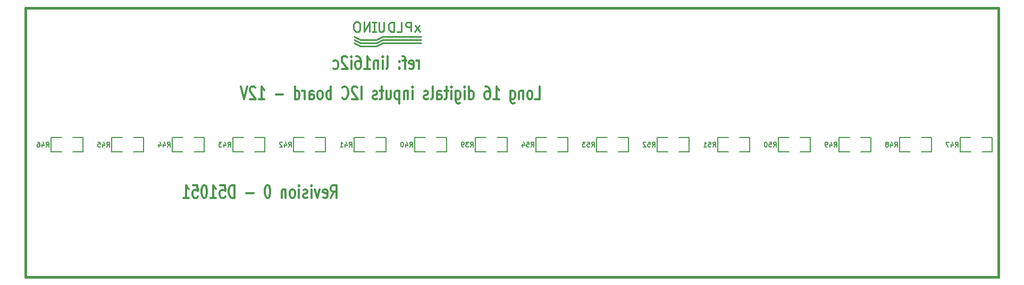
<source format=gbo>
G04 (created by PCBNEW-RS274X (2012-01-19 BZR 3256)-stable) date 15/05/2012 08:53:45*
G01*
G70*
G90*
%MOIN*%
G04 Gerber Fmt 3.4, Leading zero omitted, Abs format*
%FSLAX34Y34*%
G04 APERTURE LIST*
%ADD10C,0.006000*%
%ADD11C,0.012000*%
%ADD12C,0.015000*%
%ADD13C,0.005000*%
%ADD14C,0.010000*%
G04 APERTURE END LIST*
G54D10*
G54D11*
X48841Y-56724D02*
X49041Y-56343D01*
X49184Y-56724D02*
X49184Y-55924D01*
X48956Y-55924D01*
X48898Y-55962D01*
X48870Y-56000D01*
X48841Y-56076D01*
X48841Y-56190D01*
X48870Y-56267D01*
X48898Y-56305D01*
X48956Y-56343D01*
X49184Y-56343D01*
X48356Y-56686D02*
X48413Y-56724D01*
X48527Y-56724D01*
X48584Y-56686D01*
X48613Y-56610D01*
X48613Y-56305D01*
X48584Y-56229D01*
X48527Y-56190D01*
X48413Y-56190D01*
X48356Y-56229D01*
X48327Y-56305D01*
X48327Y-56381D01*
X48613Y-56457D01*
X48127Y-56190D02*
X47984Y-56724D01*
X47842Y-56190D01*
X47613Y-56724D02*
X47613Y-56190D01*
X47613Y-55924D02*
X47642Y-55962D01*
X47613Y-56000D01*
X47585Y-55962D01*
X47613Y-55924D01*
X47613Y-56000D01*
X47356Y-56686D02*
X47299Y-56724D01*
X47184Y-56724D01*
X47127Y-56686D01*
X47099Y-56610D01*
X47099Y-56571D01*
X47127Y-56495D01*
X47184Y-56457D01*
X47270Y-56457D01*
X47327Y-56419D01*
X47356Y-56343D01*
X47356Y-56305D01*
X47327Y-56229D01*
X47270Y-56190D01*
X47184Y-56190D01*
X47127Y-56229D01*
X46841Y-56724D02*
X46841Y-56190D01*
X46841Y-55924D02*
X46870Y-55962D01*
X46841Y-56000D01*
X46813Y-55962D01*
X46841Y-55924D01*
X46841Y-56000D01*
X46469Y-56724D02*
X46527Y-56686D01*
X46555Y-56648D01*
X46584Y-56571D01*
X46584Y-56343D01*
X46555Y-56267D01*
X46527Y-56229D01*
X46469Y-56190D01*
X46384Y-56190D01*
X46327Y-56229D01*
X46298Y-56267D01*
X46269Y-56343D01*
X46269Y-56571D01*
X46298Y-56648D01*
X46327Y-56686D01*
X46384Y-56724D01*
X46469Y-56724D01*
X46012Y-56190D02*
X46012Y-56724D01*
X46012Y-56267D02*
X45984Y-56229D01*
X45926Y-56190D01*
X45841Y-56190D01*
X45784Y-56229D01*
X45755Y-56305D01*
X45755Y-56724D01*
X44898Y-55924D02*
X44841Y-55924D01*
X44784Y-55962D01*
X44755Y-56000D01*
X44726Y-56076D01*
X44698Y-56229D01*
X44698Y-56419D01*
X44726Y-56571D01*
X44755Y-56648D01*
X44784Y-56686D01*
X44841Y-56724D01*
X44898Y-56724D01*
X44955Y-56686D01*
X44984Y-56648D01*
X45012Y-56571D01*
X45041Y-56419D01*
X45041Y-56229D01*
X45012Y-56076D01*
X44984Y-56000D01*
X44955Y-55962D01*
X44898Y-55924D01*
X43984Y-56419D02*
X43527Y-56419D01*
X42784Y-56724D02*
X42784Y-55924D01*
X42641Y-55924D01*
X42556Y-55962D01*
X42498Y-56038D01*
X42470Y-56114D01*
X42441Y-56267D01*
X42441Y-56381D01*
X42470Y-56533D01*
X42498Y-56610D01*
X42556Y-56686D01*
X42641Y-56724D01*
X42784Y-56724D01*
X41898Y-55924D02*
X42184Y-55924D01*
X42213Y-56305D01*
X42184Y-56267D01*
X42127Y-56229D01*
X41984Y-56229D01*
X41927Y-56267D01*
X41898Y-56305D01*
X41870Y-56381D01*
X41870Y-56571D01*
X41898Y-56648D01*
X41927Y-56686D01*
X41984Y-56724D01*
X42127Y-56724D01*
X42184Y-56686D01*
X42213Y-56648D01*
X41299Y-56724D02*
X41642Y-56724D01*
X41470Y-56724D02*
X41470Y-55924D01*
X41527Y-56038D01*
X41585Y-56114D01*
X41642Y-56152D01*
X40928Y-55924D02*
X40871Y-55924D01*
X40814Y-55962D01*
X40785Y-56000D01*
X40756Y-56076D01*
X40728Y-56229D01*
X40728Y-56419D01*
X40756Y-56571D01*
X40785Y-56648D01*
X40814Y-56686D01*
X40871Y-56724D01*
X40928Y-56724D01*
X40985Y-56686D01*
X41014Y-56648D01*
X41042Y-56571D01*
X41071Y-56419D01*
X41071Y-56229D01*
X41042Y-56076D01*
X41014Y-56000D01*
X40985Y-55962D01*
X40928Y-55924D01*
X40185Y-55924D02*
X40471Y-55924D01*
X40500Y-56305D01*
X40471Y-56267D01*
X40414Y-56229D01*
X40271Y-56229D01*
X40214Y-56267D01*
X40185Y-56305D01*
X40157Y-56381D01*
X40157Y-56571D01*
X40185Y-56648D01*
X40214Y-56686D01*
X40271Y-56724D01*
X40414Y-56724D01*
X40471Y-56686D01*
X40500Y-56648D01*
X39586Y-56724D02*
X39929Y-56724D01*
X39757Y-56724D02*
X39757Y-55924D01*
X39814Y-56038D01*
X39872Y-56114D01*
X39929Y-56152D01*
X54370Y-48624D02*
X54370Y-48090D01*
X54370Y-48243D02*
X54342Y-48167D01*
X54313Y-48129D01*
X54256Y-48090D01*
X54199Y-48090D01*
X53771Y-48586D02*
X53828Y-48624D01*
X53942Y-48624D01*
X53999Y-48586D01*
X54028Y-48510D01*
X54028Y-48205D01*
X53999Y-48129D01*
X53942Y-48090D01*
X53828Y-48090D01*
X53771Y-48129D01*
X53742Y-48205D01*
X53742Y-48281D01*
X54028Y-48357D01*
X53571Y-48090D02*
X53342Y-48090D01*
X53485Y-48624D02*
X53485Y-47938D01*
X53457Y-47862D01*
X53399Y-47824D01*
X53342Y-47824D01*
X53142Y-48548D02*
X53114Y-48586D01*
X53142Y-48624D01*
X53171Y-48586D01*
X53142Y-48548D01*
X53142Y-48624D01*
X53142Y-48129D02*
X53114Y-48167D01*
X53142Y-48205D01*
X53171Y-48167D01*
X53142Y-48129D01*
X53142Y-48205D01*
X52313Y-48624D02*
X52371Y-48586D01*
X52399Y-48510D01*
X52399Y-47824D01*
X52085Y-48624D02*
X52085Y-48090D01*
X52085Y-47824D02*
X52114Y-47862D01*
X52085Y-47900D01*
X52057Y-47862D01*
X52085Y-47824D01*
X52085Y-47900D01*
X51799Y-48090D02*
X51799Y-48624D01*
X51799Y-48167D02*
X51771Y-48129D01*
X51713Y-48090D01*
X51628Y-48090D01*
X51571Y-48129D01*
X51542Y-48205D01*
X51542Y-48624D01*
X50942Y-48624D02*
X51285Y-48624D01*
X51113Y-48624D02*
X51113Y-47824D01*
X51170Y-47938D01*
X51228Y-48014D01*
X51285Y-48052D01*
X50428Y-47824D02*
X50542Y-47824D01*
X50599Y-47862D01*
X50628Y-47900D01*
X50685Y-48014D01*
X50714Y-48167D01*
X50714Y-48471D01*
X50685Y-48548D01*
X50657Y-48586D01*
X50599Y-48624D01*
X50485Y-48624D01*
X50428Y-48586D01*
X50399Y-48548D01*
X50371Y-48471D01*
X50371Y-48281D01*
X50399Y-48205D01*
X50428Y-48167D01*
X50485Y-48129D01*
X50599Y-48129D01*
X50657Y-48167D01*
X50685Y-48205D01*
X50714Y-48281D01*
X50114Y-48624D02*
X50114Y-48090D01*
X50114Y-47824D02*
X50143Y-47862D01*
X50114Y-47900D01*
X50086Y-47862D01*
X50114Y-47824D01*
X50114Y-47900D01*
X49857Y-47900D02*
X49828Y-47862D01*
X49771Y-47824D01*
X49628Y-47824D01*
X49571Y-47862D01*
X49542Y-47900D01*
X49514Y-47976D01*
X49514Y-48052D01*
X49542Y-48167D01*
X49885Y-48624D01*
X49514Y-48624D01*
X49000Y-48586D02*
X49057Y-48624D01*
X49171Y-48624D01*
X49229Y-48586D01*
X49257Y-48548D01*
X49286Y-48471D01*
X49286Y-48243D01*
X49257Y-48167D01*
X49229Y-48129D01*
X49171Y-48090D01*
X49057Y-48090D01*
X49000Y-48129D01*
X61642Y-50524D02*
X61928Y-50524D01*
X61928Y-49724D01*
X61356Y-50524D02*
X61414Y-50486D01*
X61442Y-50448D01*
X61471Y-50371D01*
X61471Y-50143D01*
X61442Y-50067D01*
X61414Y-50029D01*
X61356Y-49990D01*
X61271Y-49990D01*
X61214Y-50029D01*
X61185Y-50067D01*
X61156Y-50143D01*
X61156Y-50371D01*
X61185Y-50448D01*
X61214Y-50486D01*
X61271Y-50524D01*
X61356Y-50524D01*
X60899Y-49990D02*
X60899Y-50524D01*
X60899Y-50067D02*
X60871Y-50029D01*
X60813Y-49990D01*
X60728Y-49990D01*
X60671Y-50029D01*
X60642Y-50105D01*
X60642Y-50524D01*
X60099Y-49990D02*
X60099Y-50638D01*
X60128Y-50714D01*
X60156Y-50752D01*
X60213Y-50790D01*
X60299Y-50790D01*
X60356Y-50752D01*
X60099Y-50486D02*
X60156Y-50524D01*
X60270Y-50524D01*
X60328Y-50486D01*
X60356Y-50448D01*
X60385Y-50371D01*
X60385Y-50143D01*
X60356Y-50067D01*
X60328Y-50029D01*
X60270Y-49990D01*
X60156Y-49990D01*
X60099Y-50029D01*
X59042Y-50524D02*
X59385Y-50524D01*
X59213Y-50524D02*
X59213Y-49724D01*
X59270Y-49838D01*
X59328Y-49914D01*
X59385Y-49952D01*
X58528Y-49724D02*
X58642Y-49724D01*
X58699Y-49762D01*
X58728Y-49800D01*
X58785Y-49914D01*
X58814Y-50067D01*
X58814Y-50371D01*
X58785Y-50448D01*
X58757Y-50486D01*
X58699Y-50524D01*
X58585Y-50524D01*
X58528Y-50486D01*
X58499Y-50448D01*
X58471Y-50371D01*
X58471Y-50181D01*
X58499Y-50105D01*
X58528Y-50067D01*
X58585Y-50029D01*
X58699Y-50029D01*
X58757Y-50067D01*
X58785Y-50105D01*
X58814Y-50181D01*
X57500Y-50524D02*
X57500Y-49724D01*
X57500Y-50486D02*
X57557Y-50524D01*
X57671Y-50524D01*
X57729Y-50486D01*
X57757Y-50448D01*
X57786Y-50371D01*
X57786Y-50143D01*
X57757Y-50067D01*
X57729Y-50029D01*
X57671Y-49990D01*
X57557Y-49990D01*
X57500Y-50029D01*
X57214Y-50524D02*
X57214Y-49990D01*
X57214Y-49724D02*
X57243Y-49762D01*
X57214Y-49800D01*
X57186Y-49762D01*
X57214Y-49724D01*
X57214Y-49800D01*
X56671Y-49990D02*
X56671Y-50638D01*
X56700Y-50714D01*
X56728Y-50752D01*
X56785Y-50790D01*
X56871Y-50790D01*
X56928Y-50752D01*
X56671Y-50486D02*
X56728Y-50524D01*
X56842Y-50524D01*
X56900Y-50486D01*
X56928Y-50448D01*
X56957Y-50371D01*
X56957Y-50143D01*
X56928Y-50067D01*
X56900Y-50029D01*
X56842Y-49990D01*
X56728Y-49990D01*
X56671Y-50029D01*
X56385Y-50524D02*
X56385Y-49990D01*
X56385Y-49724D02*
X56414Y-49762D01*
X56385Y-49800D01*
X56357Y-49762D01*
X56385Y-49724D01*
X56385Y-49800D01*
X56185Y-49990D02*
X55956Y-49990D01*
X56099Y-49724D02*
X56099Y-50410D01*
X56071Y-50486D01*
X56013Y-50524D01*
X55956Y-50524D01*
X55499Y-50524D02*
X55499Y-50105D01*
X55528Y-50029D01*
X55585Y-49990D01*
X55699Y-49990D01*
X55756Y-50029D01*
X55499Y-50486D02*
X55556Y-50524D01*
X55699Y-50524D01*
X55756Y-50486D01*
X55785Y-50410D01*
X55785Y-50333D01*
X55756Y-50257D01*
X55699Y-50219D01*
X55556Y-50219D01*
X55499Y-50181D01*
X55127Y-50524D02*
X55185Y-50486D01*
X55213Y-50410D01*
X55213Y-49724D01*
X54928Y-50486D02*
X54871Y-50524D01*
X54756Y-50524D01*
X54699Y-50486D01*
X54671Y-50410D01*
X54671Y-50371D01*
X54699Y-50295D01*
X54756Y-50257D01*
X54842Y-50257D01*
X54899Y-50219D01*
X54928Y-50143D01*
X54928Y-50105D01*
X54899Y-50029D01*
X54842Y-49990D01*
X54756Y-49990D01*
X54699Y-50029D01*
X53956Y-50524D02*
X53956Y-49990D01*
X53956Y-49724D02*
X53985Y-49762D01*
X53956Y-49800D01*
X53928Y-49762D01*
X53956Y-49724D01*
X53956Y-49800D01*
X53670Y-49990D02*
X53670Y-50524D01*
X53670Y-50067D02*
X53642Y-50029D01*
X53584Y-49990D01*
X53499Y-49990D01*
X53442Y-50029D01*
X53413Y-50105D01*
X53413Y-50524D01*
X53127Y-49990D02*
X53127Y-50790D01*
X53127Y-50029D02*
X53070Y-49990D01*
X52956Y-49990D01*
X52899Y-50029D01*
X52870Y-50067D01*
X52841Y-50143D01*
X52841Y-50371D01*
X52870Y-50448D01*
X52899Y-50486D01*
X52956Y-50524D01*
X53070Y-50524D01*
X53127Y-50486D01*
X52327Y-49990D02*
X52327Y-50524D01*
X52584Y-49990D02*
X52584Y-50410D01*
X52556Y-50486D01*
X52498Y-50524D01*
X52413Y-50524D01*
X52356Y-50486D01*
X52327Y-50448D01*
X52127Y-49990D02*
X51898Y-49990D01*
X52041Y-49724D02*
X52041Y-50410D01*
X52013Y-50486D01*
X51955Y-50524D01*
X51898Y-50524D01*
X51727Y-50486D02*
X51670Y-50524D01*
X51555Y-50524D01*
X51498Y-50486D01*
X51470Y-50410D01*
X51470Y-50371D01*
X51498Y-50295D01*
X51555Y-50257D01*
X51641Y-50257D01*
X51698Y-50219D01*
X51727Y-50143D01*
X51727Y-50105D01*
X51698Y-50029D01*
X51641Y-49990D01*
X51555Y-49990D01*
X51498Y-50029D01*
X50755Y-50524D02*
X50755Y-49724D01*
X50498Y-49800D02*
X50469Y-49762D01*
X50412Y-49724D01*
X50269Y-49724D01*
X50212Y-49762D01*
X50183Y-49800D01*
X50155Y-49876D01*
X50155Y-49952D01*
X50183Y-50067D01*
X50526Y-50524D01*
X50155Y-50524D01*
X49555Y-50448D02*
X49584Y-50486D01*
X49670Y-50524D01*
X49727Y-50524D01*
X49812Y-50486D01*
X49870Y-50410D01*
X49898Y-50333D01*
X49927Y-50181D01*
X49927Y-50067D01*
X49898Y-49914D01*
X49870Y-49838D01*
X49812Y-49762D01*
X49727Y-49724D01*
X49670Y-49724D01*
X49584Y-49762D01*
X49555Y-49800D01*
X48841Y-50524D02*
X48841Y-49724D01*
X48841Y-50029D02*
X48784Y-49990D01*
X48670Y-49990D01*
X48613Y-50029D01*
X48584Y-50067D01*
X48555Y-50143D01*
X48555Y-50371D01*
X48584Y-50448D01*
X48613Y-50486D01*
X48670Y-50524D01*
X48784Y-50524D01*
X48841Y-50486D01*
X48212Y-50524D02*
X48270Y-50486D01*
X48298Y-50448D01*
X48327Y-50371D01*
X48327Y-50143D01*
X48298Y-50067D01*
X48270Y-50029D01*
X48212Y-49990D01*
X48127Y-49990D01*
X48070Y-50029D01*
X48041Y-50067D01*
X48012Y-50143D01*
X48012Y-50371D01*
X48041Y-50448D01*
X48070Y-50486D01*
X48127Y-50524D01*
X48212Y-50524D01*
X47498Y-50524D02*
X47498Y-50105D01*
X47527Y-50029D01*
X47584Y-49990D01*
X47698Y-49990D01*
X47755Y-50029D01*
X47498Y-50486D02*
X47555Y-50524D01*
X47698Y-50524D01*
X47755Y-50486D01*
X47784Y-50410D01*
X47784Y-50333D01*
X47755Y-50257D01*
X47698Y-50219D01*
X47555Y-50219D01*
X47498Y-50181D01*
X47212Y-50524D02*
X47212Y-49990D01*
X47212Y-50143D02*
X47184Y-50067D01*
X47155Y-50029D01*
X47098Y-49990D01*
X47041Y-49990D01*
X46584Y-50524D02*
X46584Y-49724D01*
X46584Y-50486D02*
X46641Y-50524D01*
X46755Y-50524D01*
X46813Y-50486D01*
X46841Y-50448D01*
X46870Y-50371D01*
X46870Y-50143D01*
X46841Y-50067D01*
X46813Y-50029D01*
X46755Y-49990D01*
X46641Y-49990D01*
X46584Y-50029D01*
X45841Y-50219D02*
X45384Y-50219D01*
X44327Y-50524D02*
X44670Y-50524D01*
X44498Y-50524D02*
X44498Y-49724D01*
X44555Y-49838D01*
X44613Y-49914D01*
X44670Y-49952D01*
X44099Y-49800D02*
X44070Y-49762D01*
X44013Y-49724D01*
X43870Y-49724D01*
X43813Y-49762D01*
X43784Y-49800D01*
X43756Y-49876D01*
X43756Y-49952D01*
X43784Y-50067D01*
X44127Y-50524D01*
X43756Y-50524D01*
X43585Y-49724D02*
X43385Y-50524D01*
X43185Y-49724D01*
G54D12*
X90700Y-61700D02*
X90700Y-44800D01*
X29700Y-61700D02*
X90700Y-61700D01*
X29700Y-44800D02*
X29700Y-61700D01*
X90700Y-44800D02*
X29700Y-44800D01*
G54D13*
X57900Y-53850D02*
X57900Y-52950D01*
X57900Y-52950D02*
X58550Y-52950D01*
X59250Y-53850D02*
X59900Y-53850D01*
X59900Y-53850D02*
X59900Y-52950D01*
X59900Y-52950D02*
X59250Y-52950D01*
X58550Y-53850D02*
X57900Y-53850D01*
X54100Y-53850D02*
X54100Y-52950D01*
X54100Y-52950D02*
X54750Y-52950D01*
X55450Y-53850D02*
X56100Y-53850D01*
X56100Y-53850D02*
X56100Y-52950D01*
X56100Y-52950D02*
X55450Y-52950D01*
X54750Y-53850D02*
X54100Y-53850D01*
X50300Y-53850D02*
X50300Y-52950D01*
X50300Y-52950D02*
X50950Y-52950D01*
X51650Y-53850D02*
X52300Y-53850D01*
X52300Y-53850D02*
X52300Y-52950D01*
X52300Y-52950D02*
X51650Y-52950D01*
X50950Y-53850D02*
X50300Y-53850D01*
X46500Y-53850D02*
X46500Y-52950D01*
X46500Y-52950D02*
X47150Y-52950D01*
X47850Y-53850D02*
X48500Y-53850D01*
X48500Y-53850D02*
X48500Y-52950D01*
X48500Y-52950D02*
X47850Y-52950D01*
X47150Y-53850D02*
X46500Y-53850D01*
X42700Y-53850D02*
X42700Y-52950D01*
X42700Y-52950D02*
X43350Y-52950D01*
X44050Y-53850D02*
X44700Y-53850D01*
X44700Y-53850D02*
X44700Y-52950D01*
X44700Y-52950D02*
X44050Y-52950D01*
X43350Y-53850D02*
X42700Y-53850D01*
X38900Y-53850D02*
X38900Y-52950D01*
X38900Y-52950D02*
X39550Y-52950D01*
X40250Y-53850D02*
X40900Y-53850D01*
X40900Y-53850D02*
X40900Y-52950D01*
X40900Y-52950D02*
X40250Y-52950D01*
X39550Y-53850D02*
X38900Y-53850D01*
X35100Y-53850D02*
X35100Y-52950D01*
X35100Y-52950D02*
X35750Y-52950D01*
X36450Y-53850D02*
X37100Y-53850D01*
X37100Y-53850D02*
X37100Y-52950D01*
X37100Y-52950D02*
X36450Y-52950D01*
X35750Y-53850D02*
X35100Y-53850D01*
X31300Y-53850D02*
X31300Y-52950D01*
X31300Y-52950D02*
X31950Y-52950D01*
X32650Y-53850D02*
X33300Y-53850D01*
X33300Y-53850D02*
X33300Y-52950D01*
X33300Y-52950D02*
X32650Y-52950D01*
X31950Y-53850D02*
X31300Y-53850D01*
X88300Y-53850D02*
X88300Y-52950D01*
X88300Y-52950D02*
X88950Y-52950D01*
X89650Y-53850D02*
X90300Y-53850D01*
X90300Y-53850D02*
X90300Y-52950D01*
X90300Y-52950D02*
X89650Y-52950D01*
X88950Y-53850D02*
X88300Y-53850D01*
X84500Y-53850D02*
X84500Y-52950D01*
X84500Y-52950D02*
X85150Y-52950D01*
X85850Y-53850D02*
X86500Y-53850D01*
X86500Y-53850D02*
X86500Y-52950D01*
X86500Y-52950D02*
X85850Y-52950D01*
X85150Y-53850D02*
X84500Y-53850D01*
X80700Y-53850D02*
X80700Y-52950D01*
X80700Y-52950D02*
X81350Y-52950D01*
X82050Y-53850D02*
X82700Y-53850D01*
X82700Y-53850D02*
X82700Y-52950D01*
X82700Y-52950D02*
X82050Y-52950D01*
X81350Y-53850D02*
X80700Y-53850D01*
X76900Y-53850D02*
X76900Y-52950D01*
X76900Y-52950D02*
X77550Y-52950D01*
X78250Y-53850D02*
X78900Y-53850D01*
X78900Y-53850D02*
X78900Y-52950D01*
X78900Y-52950D02*
X78250Y-52950D01*
X77550Y-53850D02*
X76900Y-53850D01*
X73100Y-53850D02*
X73100Y-52950D01*
X73100Y-52950D02*
X73750Y-52950D01*
X74450Y-53850D02*
X75100Y-53850D01*
X75100Y-53850D02*
X75100Y-52950D01*
X75100Y-52950D02*
X74450Y-52950D01*
X73750Y-53850D02*
X73100Y-53850D01*
X69300Y-53850D02*
X69300Y-52950D01*
X69300Y-52950D02*
X69950Y-52950D01*
X70650Y-53850D02*
X71300Y-53850D01*
X71300Y-53850D02*
X71300Y-52950D01*
X71300Y-52950D02*
X70650Y-52950D01*
X69950Y-53850D02*
X69300Y-53850D01*
X65500Y-53850D02*
X65500Y-52950D01*
X65500Y-52950D02*
X66150Y-52950D01*
X66850Y-53850D02*
X67500Y-53850D01*
X67500Y-53850D02*
X67500Y-52950D01*
X67500Y-52950D02*
X66850Y-52950D01*
X66150Y-53850D02*
X65500Y-53850D01*
X61700Y-53850D02*
X61700Y-52950D01*
X61700Y-52950D02*
X62350Y-52950D01*
X63050Y-53850D02*
X63700Y-53850D01*
X63700Y-53850D02*
X63700Y-52950D01*
X63700Y-52950D02*
X63050Y-52950D01*
X62350Y-53850D02*
X61700Y-53850D01*
G54D14*
X54500Y-47000D02*
X52100Y-47000D01*
X52100Y-47000D02*
X51700Y-47200D01*
X51700Y-47200D02*
X50700Y-47200D01*
X50700Y-47200D02*
X50300Y-47000D01*
X54500Y-46800D02*
X52100Y-46800D01*
X52100Y-46800D02*
X51700Y-47000D01*
X51700Y-47000D02*
X50700Y-47000D01*
X50700Y-47000D02*
X50300Y-46800D01*
X50700Y-46800D02*
X50300Y-46600D01*
X51700Y-46800D02*
X50700Y-46800D01*
X52100Y-46600D02*
X51700Y-46800D01*
X54500Y-46600D02*
X52100Y-46600D01*
X54500Y-46600D02*
X52100Y-46600D01*
X52100Y-46600D02*
X51700Y-46800D01*
X51700Y-46800D02*
X50700Y-46800D01*
X50700Y-46800D02*
X50300Y-46600D01*
X50700Y-46800D02*
X50300Y-46600D01*
X51700Y-46800D02*
X50700Y-46800D01*
X52100Y-46600D02*
X51700Y-46800D01*
X54500Y-46600D02*
X52100Y-46600D01*
X54500Y-46600D02*
X52100Y-46600D01*
X52100Y-46600D02*
X51700Y-46800D01*
X51700Y-46800D02*
X50700Y-46800D01*
X50700Y-46800D02*
X50300Y-46600D01*
X50700Y-46800D02*
X50300Y-46600D01*
X51700Y-46800D02*
X50700Y-46800D01*
X52100Y-46600D02*
X51700Y-46800D01*
X54500Y-46600D02*
X52100Y-46600D01*
X54500Y-46600D02*
X52100Y-46600D01*
X52100Y-46600D02*
X51700Y-46800D01*
X51700Y-46800D02*
X50700Y-46800D01*
X50700Y-46800D02*
X50300Y-46600D01*
X50700Y-46800D02*
X50300Y-46600D01*
X51700Y-46800D02*
X50700Y-46800D01*
X52100Y-46600D02*
X51700Y-46800D01*
X54500Y-46600D02*
X52100Y-46600D01*
X54500Y-46600D02*
X52100Y-46600D01*
X52100Y-46600D02*
X51700Y-46800D01*
X51700Y-46800D02*
X50700Y-46800D01*
X50700Y-46800D02*
X50300Y-46600D01*
X50425Y-46300D02*
X50325Y-46225D01*
X50650Y-46200D02*
X50550Y-46300D01*
X51475Y-46300D02*
X51425Y-46300D01*
X51700Y-46300D02*
X51450Y-46300D01*
X51700Y-45700D02*
X51425Y-45700D01*
X51550Y-46275D02*
X51550Y-45750D01*
X50675Y-46100D02*
X50650Y-46200D01*
X50550Y-46300D02*
X50425Y-46300D01*
X50275Y-46075D02*
X50300Y-46200D01*
X50675Y-45875D02*
X50650Y-45775D01*
X50650Y-45775D02*
X50575Y-45700D01*
X50575Y-45700D02*
X50525Y-45675D01*
X50525Y-45675D02*
X50425Y-45675D01*
X50425Y-45675D02*
X50375Y-45700D01*
X50375Y-45700D02*
X50325Y-45725D01*
X50325Y-45725D02*
X50300Y-45775D01*
X50300Y-45775D02*
X50275Y-45850D01*
X50275Y-45850D02*
X50275Y-45900D01*
X50275Y-45900D02*
X50275Y-46075D01*
X50675Y-45900D02*
X50675Y-46100D01*
X51275Y-46300D02*
X51275Y-45675D01*
X51275Y-45700D02*
X50925Y-46300D01*
X50925Y-46300D02*
X50925Y-45675D01*
X52175Y-45700D02*
X52175Y-46175D01*
X52175Y-46175D02*
X52150Y-46225D01*
X52150Y-46225D02*
X52125Y-46250D01*
X52125Y-46250D02*
X52100Y-46275D01*
X52100Y-46275D02*
X52050Y-46300D01*
X52050Y-46300D02*
X52000Y-46300D01*
X52000Y-46300D02*
X51950Y-46300D01*
X51950Y-46300D02*
X51900Y-46275D01*
X51900Y-46275D02*
X51875Y-46250D01*
X51875Y-46250D02*
X51850Y-46225D01*
X51850Y-46225D02*
X51850Y-46175D01*
X51850Y-46175D02*
X51850Y-45700D01*
X52775Y-45700D02*
X52650Y-45700D01*
X52650Y-45700D02*
X52550Y-45725D01*
X52550Y-45725D02*
X52500Y-45775D01*
X52500Y-45775D02*
X52475Y-45850D01*
X52475Y-45850D02*
X52450Y-45950D01*
X52450Y-45950D02*
X52450Y-46025D01*
X52450Y-46025D02*
X52450Y-46075D01*
X52450Y-46075D02*
X52475Y-46150D01*
X52475Y-46150D02*
X52500Y-46200D01*
X52500Y-46200D02*
X52550Y-46250D01*
X52550Y-46250D02*
X52625Y-46300D01*
X52625Y-46300D02*
X52675Y-46300D01*
X52675Y-46300D02*
X52800Y-46300D01*
X52800Y-46300D02*
X52800Y-45700D01*
X53275Y-45700D02*
X53275Y-46300D01*
X53275Y-46300D02*
X53000Y-46300D01*
X53875Y-45700D02*
X53850Y-45700D01*
X53850Y-45700D02*
X53625Y-45700D01*
X53625Y-45700D02*
X53575Y-45725D01*
X53575Y-45725D02*
X53550Y-45750D01*
X53550Y-45750D02*
X53525Y-45800D01*
X53525Y-45800D02*
X53525Y-45850D01*
X53525Y-45850D02*
X53525Y-45900D01*
X53525Y-45900D02*
X53550Y-45950D01*
X53550Y-45950D02*
X53600Y-45975D01*
X53600Y-45975D02*
X53650Y-46000D01*
X53650Y-46000D02*
X53875Y-46000D01*
X53875Y-46275D02*
X53875Y-45700D01*
X54400Y-45900D02*
X54100Y-46300D01*
X54425Y-46300D02*
X54125Y-45900D01*
G54D13*
X57593Y-53521D02*
X57693Y-53379D01*
X57765Y-53521D02*
X57765Y-53221D01*
X57650Y-53221D01*
X57622Y-53236D01*
X57607Y-53250D01*
X57593Y-53279D01*
X57593Y-53321D01*
X57607Y-53350D01*
X57622Y-53364D01*
X57650Y-53379D01*
X57765Y-53379D01*
X57493Y-53221D02*
X57307Y-53221D01*
X57407Y-53336D01*
X57365Y-53336D01*
X57336Y-53350D01*
X57322Y-53364D01*
X57307Y-53393D01*
X57307Y-53464D01*
X57322Y-53493D01*
X57336Y-53507D01*
X57365Y-53521D01*
X57450Y-53521D01*
X57479Y-53507D01*
X57493Y-53493D01*
X57164Y-53521D02*
X57107Y-53521D01*
X57079Y-53507D01*
X57064Y-53493D01*
X57036Y-53450D01*
X57021Y-53393D01*
X57021Y-53279D01*
X57036Y-53250D01*
X57050Y-53236D01*
X57079Y-53221D01*
X57136Y-53221D01*
X57164Y-53236D01*
X57179Y-53250D01*
X57193Y-53279D01*
X57193Y-53350D01*
X57179Y-53379D01*
X57164Y-53393D01*
X57136Y-53407D01*
X57079Y-53407D01*
X57050Y-53393D01*
X57036Y-53379D01*
X57021Y-53350D01*
X53793Y-53521D02*
X53893Y-53379D01*
X53965Y-53521D02*
X53965Y-53221D01*
X53850Y-53221D01*
X53822Y-53236D01*
X53807Y-53250D01*
X53793Y-53279D01*
X53793Y-53321D01*
X53807Y-53350D01*
X53822Y-53364D01*
X53850Y-53379D01*
X53965Y-53379D01*
X53536Y-53321D02*
X53536Y-53521D01*
X53607Y-53207D02*
X53679Y-53421D01*
X53493Y-53421D01*
X53321Y-53221D02*
X53293Y-53221D01*
X53264Y-53236D01*
X53250Y-53250D01*
X53236Y-53279D01*
X53221Y-53336D01*
X53221Y-53407D01*
X53236Y-53464D01*
X53250Y-53493D01*
X53264Y-53507D01*
X53293Y-53521D01*
X53321Y-53521D01*
X53350Y-53507D01*
X53364Y-53493D01*
X53379Y-53464D01*
X53393Y-53407D01*
X53393Y-53336D01*
X53379Y-53279D01*
X53364Y-53250D01*
X53350Y-53236D01*
X53321Y-53221D01*
X49993Y-53521D02*
X50093Y-53379D01*
X50165Y-53521D02*
X50165Y-53221D01*
X50050Y-53221D01*
X50022Y-53236D01*
X50007Y-53250D01*
X49993Y-53279D01*
X49993Y-53321D01*
X50007Y-53350D01*
X50022Y-53364D01*
X50050Y-53379D01*
X50165Y-53379D01*
X49736Y-53321D02*
X49736Y-53521D01*
X49807Y-53207D02*
X49879Y-53421D01*
X49693Y-53421D01*
X49421Y-53521D02*
X49593Y-53521D01*
X49507Y-53521D02*
X49507Y-53221D01*
X49536Y-53264D01*
X49564Y-53293D01*
X49593Y-53307D01*
X46193Y-53521D02*
X46293Y-53379D01*
X46365Y-53521D02*
X46365Y-53221D01*
X46250Y-53221D01*
X46222Y-53236D01*
X46207Y-53250D01*
X46193Y-53279D01*
X46193Y-53321D01*
X46207Y-53350D01*
X46222Y-53364D01*
X46250Y-53379D01*
X46365Y-53379D01*
X45936Y-53321D02*
X45936Y-53521D01*
X46007Y-53207D02*
X46079Y-53421D01*
X45893Y-53421D01*
X45793Y-53250D02*
X45779Y-53236D01*
X45750Y-53221D01*
X45679Y-53221D01*
X45650Y-53236D01*
X45636Y-53250D01*
X45621Y-53279D01*
X45621Y-53307D01*
X45636Y-53350D01*
X45807Y-53521D01*
X45621Y-53521D01*
X42393Y-53521D02*
X42493Y-53379D01*
X42565Y-53521D02*
X42565Y-53221D01*
X42450Y-53221D01*
X42422Y-53236D01*
X42407Y-53250D01*
X42393Y-53279D01*
X42393Y-53321D01*
X42407Y-53350D01*
X42422Y-53364D01*
X42450Y-53379D01*
X42565Y-53379D01*
X42136Y-53321D02*
X42136Y-53521D01*
X42207Y-53207D02*
X42279Y-53421D01*
X42093Y-53421D01*
X42007Y-53221D02*
X41821Y-53221D01*
X41921Y-53336D01*
X41879Y-53336D01*
X41850Y-53350D01*
X41836Y-53364D01*
X41821Y-53393D01*
X41821Y-53464D01*
X41836Y-53493D01*
X41850Y-53507D01*
X41879Y-53521D01*
X41964Y-53521D01*
X41993Y-53507D01*
X42007Y-53493D01*
X38593Y-53521D02*
X38693Y-53379D01*
X38765Y-53521D02*
X38765Y-53221D01*
X38650Y-53221D01*
X38622Y-53236D01*
X38607Y-53250D01*
X38593Y-53279D01*
X38593Y-53321D01*
X38607Y-53350D01*
X38622Y-53364D01*
X38650Y-53379D01*
X38765Y-53379D01*
X38336Y-53321D02*
X38336Y-53521D01*
X38407Y-53207D02*
X38479Y-53421D01*
X38293Y-53421D01*
X38050Y-53321D02*
X38050Y-53521D01*
X38121Y-53207D02*
X38193Y-53421D01*
X38007Y-53421D01*
X34793Y-53521D02*
X34893Y-53379D01*
X34965Y-53521D02*
X34965Y-53221D01*
X34850Y-53221D01*
X34822Y-53236D01*
X34807Y-53250D01*
X34793Y-53279D01*
X34793Y-53321D01*
X34807Y-53350D01*
X34822Y-53364D01*
X34850Y-53379D01*
X34965Y-53379D01*
X34536Y-53321D02*
X34536Y-53521D01*
X34607Y-53207D02*
X34679Y-53421D01*
X34493Y-53421D01*
X34236Y-53221D02*
X34379Y-53221D01*
X34393Y-53364D01*
X34379Y-53350D01*
X34350Y-53336D01*
X34279Y-53336D01*
X34250Y-53350D01*
X34236Y-53364D01*
X34221Y-53393D01*
X34221Y-53464D01*
X34236Y-53493D01*
X34250Y-53507D01*
X34279Y-53521D01*
X34350Y-53521D01*
X34379Y-53507D01*
X34393Y-53493D01*
X30993Y-53521D02*
X31093Y-53379D01*
X31165Y-53521D02*
X31165Y-53221D01*
X31050Y-53221D01*
X31022Y-53236D01*
X31007Y-53250D01*
X30993Y-53279D01*
X30993Y-53321D01*
X31007Y-53350D01*
X31022Y-53364D01*
X31050Y-53379D01*
X31165Y-53379D01*
X30736Y-53321D02*
X30736Y-53521D01*
X30807Y-53207D02*
X30879Y-53421D01*
X30693Y-53421D01*
X30450Y-53221D02*
X30507Y-53221D01*
X30536Y-53236D01*
X30550Y-53250D01*
X30579Y-53293D01*
X30593Y-53350D01*
X30593Y-53464D01*
X30579Y-53493D01*
X30564Y-53507D01*
X30536Y-53521D01*
X30479Y-53521D01*
X30450Y-53507D01*
X30436Y-53493D01*
X30421Y-53464D01*
X30421Y-53393D01*
X30436Y-53364D01*
X30450Y-53350D01*
X30479Y-53336D01*
X30536Y-53336D01*
X30564Y-53350D01*
X30579Y-53364D01*
X30593Y-53393D01*
X87993Y-53521D02*
X88093Y-53379D01*
X88165Y-53521D02*
X88165Y-53221D01*
X88050Y-53221D01*
X88022Y-53236D01*
X88007Y-53250D01*
X87993Y-53279D01*
X87993Y-53321D01*
X88007Y-53350D01*
X88022Y-53364D01*
X88050Y-53379D01*
X88165Y-53379D01*
X87736Y-53321D02*
X87736Y-53521D01*
X87807Y-53207D02*
X87879Y-53421D01*
X87693Y-53421D01*
X87607Y-53221D02*
X87407Y-53221D01*
X87536Y-53521D01*
X84193Y-53521D02*
X84293Y-53379D01*
X84365Y-53521D02*
X84365Y-53221D01*
X84250Y-53221D01*
X84222Y-53236D01*
X84207Y-53250D01*
X84193Y-53279D01*
X84193Y-53321D01*
X84207Y-53350D01*
X84222Y-53364D01*
X84250Y-53379D01*
X84365Y-53379D01*
X83936Y-53321D02*
X83936Y-53521D01*
X84007Y-53207D02*
X84079Y-53421D01*
X83893Y-53421D01*
X83736Y-53350D02*
X83764Y-53336D01*
X83779Y-53321D01*
X83793Y-53293D01*
X83793Y-53279D01*
X83779Y-53250D01*
X83764Y-53236D01*
X83736Y-53221D01*
X83679Y-53221D01*
X83650Y-53236D01*
X83636Y-53250D01*
X83621Y-53279D01*
X83621Y-53293D01*
X83636Y-53321D01*
X83650Y-53336D01*
X83679Y-53350D01*
X83736Y-53350D01*
X83764Y-53364D01*
X83779Y-53379D01*
X83793Y-53407D01*
X83793Y-53464D01*
X83779Y-53493D01*
X83764Y-53507D01*
X83736Y-53521D01*
X83679Y-53521D01*
X83650Y-53507D01*
X83636Y-53493D01*
X83621Y-53464D01*
X83621Y-53407D01*
X83636Y-53379D01*
X83650Y-53364D01*
X83679Y-53350D01*
X80393Y-53521D02*
X80493Y-53379D01*
X80565Y-53521D02*
X80565Y-53221D01*
X80450Y-53221D01*
X80422Y-53236D01*
X80407Y-53250D01*
X80393Y-53279D01*
X80393Y-53321D01*
X80407Y-53350D01*
X80422Y-53364D01*
X80450Y-53379D01*
X80565Y-53379D01*
X80136Y-53321D02*
X80136Y-53521D01*
X80207Y-53207D02*
X80279Y-53421D01*
X80093Y-53421D01*
X79964Y-53521D02*
X79907Y-53521D01*
X79879Y-53507D01*
X79864Y-53493D01*
X79836Y-53450D01*
X79821Y-53393D01*
X79821Y-53279D01*
X79836Y-53250D01*
X79850Y-53236D01*
X79879Y-53221D01*
X79936Y-53221D01*
X79964Y-53236D01*
X79979Y-53250D01*
X79993Y-53279D01*
X79993Y-53350D01*
X79979Y-53379D01*
X79964Y-53393D01*
X79936Y-53407D01*
X79879Y-53407D01*
X79850Y-53393D01*
X79836Y-53379D01*
X79821Y-53350D01*
X76593Y-53521D02*
X76693Y-53379D01*
X76765Y-53521D02*
X76765Y-53221D01*
X76650Y-53221D01*
X76622Y-53236D01*
X76607Y-53250D01*
X76593Y-53279D01*
X76593Y-53321D01*
X76607Y-53350D01*
X76622Y-53364D01*
X76650Y-53379D01*
X76765Y-53379D01*
X76322Y-53221D02*
X76465Y-53221D01*
X76479Y-53364D01*
X76465Y-53350D01*
X76436Y-53336D01*
X76365Y-53336D01*
X76336Y-53350D01*
X76322Y-53364D01*
X76307Y-53393D01*
X76307Y-53464D01*
X76322Y-53493D01*
X76336Y-53507D01*
X76365Y-53521D01*
X76436Y-53521D01*
X76465Y-53507D01*
X76479Y-53493D01*
X76121Y-53221D02*
X76093Y-53221D01*
X76064Y-53236D01*
X76050Y-53250D01*
X76036Y-53279D01*
X76021Y-53336D01*
X76021Y-53407D01*
X76036Y-53464D01*
X76050Y-53493D01*
X76064Y-53507D01*
X76093Y-53521D01*
X76121Y-53521D01*
X76150Y-53507D01*
X76164Y-53493D01*
X76179Y-53464D01*
X76193Y-53407D01*
X76193Y-53336D01*
X76179Y-53279D01*
X76164Y-53250D01*
X76150Y-53236D01*
X76121Y-53221D01*
X72793Y-53521D02*
X72893Y-53379D01*
X72965Y-53521D02*
X72965Y-53221D01*
X72850Y-53221D01*
X72822Y-53236D01*
X72807Y-53250D01*
X72793Y-53279D01*
X72793Y-53321D01*
X72807Y-53350D01*
X72822Y-53364D01*
X72850Y-53379D01*
X72965Y-53379D01*
X72522Y-53221D02*
X72665Y-53221D01*
X72679Y-53364D01*
X72665Y-53350D01*
X72636Y-53336D01*
X72565Y-53336D01*
X72536Y-53350D01*
X72522Y-53364D01*
X72507Y-53393D01*
X72507Y-53464D01*
X72522Y-53493D01*
X72536Y-53507D01*
X72565Y-53521D01*
X72636Y-53521D01*
X72665Y-53507D01*
X72679Y-53493D01*
X72221Y-53521D02*
X72393Y-53521D01*
X72307Y-53521D02*
X72307Y-53221D01*
X72336Y-53264D01*
X72364Y-53293D01*
X72393Y-53307D01*
X68993Y-53521D02*
X69093Y-53379D01*
X69165Y-53521D02*
X69165Y-53221D01*
X69050Y-53221D01*
X69022Y-53236D01*
X69007Y-53250D01*
X68993Y-53279D01*
X68993Y-53321D01*
X69007Y-53350D01*
X69022Y-53364D01*
X69050Y-53379D01*
X69165Y-53379D01*
X68722Y-53221D02*
X68865Y-53221D01*
X68879Y-53364D01*
X68865Y-53350D01*
X68836Y-53336D01*
X68765Y-53336D01*
X68736Y-53350D01*
X68722Y-53364D01*
X68707Y-53393D01*
X68707Y-53464D01*
X68722Y-53493D01*
X68736Y-53507D01*
X68765Y-53521D01*
X68836Y-53521D01*
X68865Y-53507D01*
X68879Y-53493D01*
X68593Y-53250D02*
X68579Y-53236D01*
X68550Y-53221D01*
X68479Y-53221D01*
X68450Y-53236D01*
X68436Y-53250D01*
X68421Y-53279D01*
X68421Y-53307D01*
X68436Y-53350D01*
X68607Y-53521D01*
X68421Y-53521D01*
X65193Y-53521D02*
X65293Y-53379D01*
X65365Y-53521D02*
X65365Y-53221D01*
X65250Y-53221D01*
X65222Y-53236D01*
X65207Y-53250D01*
X65193Y-53279D01*
X65193Y-53321D01*
X65207Y-53350D01*
X65222Y-53364D01*
X65250Y-53379D01*
X65365Y-53379D01*
X64922Y-53221D02*
X65065Y-53221D01*
X65079Y-53364D01*
X65065Y-53350D01*
X65036Y-53336D01*
X64965Y-53336D01*
X64936Y-53350D01*
X64922Y-53364D01*
X64907Y-53393D01*
X64907Y-53464D01*
X64922Y-53493D01*
X64936Y-53507D01*
X64965Y-53521D01*
X65036Y-53521D01*
X65065Y-53507D01*
X65079Y-53493D01*
X64807Y-53221D02*
X64621Y-53221D01*
X64721Y-53336D01*
X64679Y-53336D01*
X64650Y-53350D01*
X64636Y-53364D01*
X64621Y-53393D01*
X64621Y-53464D01*
X64636Y-53493D01*
X64650Y-53507D01*
X64679Y-53521D01*
X64764Y-53521D01*
X64793Y-53507D01*
X64807Y-53493D01*
X61393Y-53521D02*
X61493Y-53379D01*
X61565Y-53521D02*
X61565Y-53221D01*
X61450Y-53221D01*
X61422Y-53236D01*
X61407Y-53250D01*
X61393Y-53279D01*
X61393Y-53321D01*
X61407Y-53350D01*
X61422Y-53364D01*
X61450Y-53379D01*
X61565Y-53379D01*
X61122Y-53221D02*
X61265Y-53221D01*
X61279Y-53364D01*
X61265Y-53350D01*
X61236Y-53336D01*
X61165Y-53336D01*
X61136Y-53350D01*
X61122Y-53364D01*
X61107Y-53393D01*
X61107Y-53464D01*
X61122Y-53493D01*
X61136Y-53507D01*
X61165Y-53521D01*
X61236Y-53521D01*
X61265Y-53507D01*
X61279Y-53493D01*
X60850Y-53321D02*
X60850Y-53521D01*
X60921Y-53207D02*
X60993Y-53421D01*
X60807Y-53421D01*
M02*

</source>
